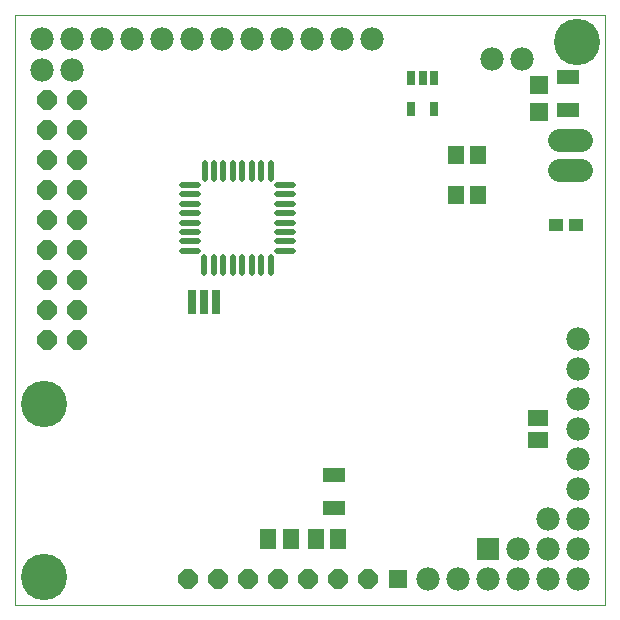
<source format=gbs>
G75*
G70*
%OFA0B0*%
%FSLAX24Y24*%
%IPPOS*%
%LPD*%
%AMOC8*
5,1,8,0,0,1.08239X$1,22.5*
%
%ADD10C,0.0000*%
%ADD11R,0.0740X0.0480*%
%ADD12C,0.0780*%
%ADD13C,0.0210*%
%ADD14R,0.0640X0.0640*%
%ADD15R,0.0316X0.0827*%
%ADD16OC8,0.0640*%
%ADD17R,0.0552X0.0670*%
%ADD18R,0.0780X0.0780*%
%ADD19R,0.0473X0.0434*%
%ADD20R,0.0257X0.0512*%
%ADD21R,0.0552X0.0631*%
%ADD22C,0.0780*%
%ADD23R,0.0670X0.0552*%
%ADD24C,0.1542*%
D10*
X000353Y000635D02*
X000353Y020320D01*
X020038Y020320D01*
X020038Y000635D01*
X000353Y000635D01*
D11*
X010994Y003867D03*
X010994Y004967D03*
X018778Y017153D03*
X018778Y018253D03*
D12*
X017262Y018840D03*
X016262Y018840D03*
X012276Y019495D03*
X011276Y019495D03*
X010276Y019495D03*
X009276Y019495D03*
X008276Y019495D03*
X007276Y019495D03*
X006268Y019495D03*
X005268Y019495D03*
X004268Y019495D03*
X003268Y019495D03*
X002268Y019495D03*
X001268Y019495D03*
X001276Y018489D03*
X002276Y018489D03*
X018113Y003497D03*
X018111Y002507D03*
X017111Y002507D03*
X017142Y001509D03*
X016142Y001509D03*
X015142Y001509D03*
X014142Y001509D03*
X018142Y001509D03*
X019142Y001509D03*
X019111Y002507D03*
X019113Y003497D03*
X019113Y004501D03*
X019113Y005501D03*
X019113Y006501D03*
X019113Y007501D03*
X019113Y008501D03*
X019113Y009501D03*
D13*
X009615Y012440D02*
X009085Y012440D01*
X009085Y012760D02*
X009615Y012760D01*
X009615Y013070D02*
X009085Y013070D01*
X009085Y013390D02*
X009615Y013390D01*
X009615Y013700D02*
X009085Y013700D01*
X009085Y014010D02*
X009615Y014010D01*
X009615Y014330D02*
X009085Y014330D01*
X009085Y014650D02*
X009615Y014650D01*
X008880Y014853D02*
X008880Y015383D01*
X008566Y015383D02*
X008566Y014853D01*
X008251Y014853D02*
X008251Y015383D01*
X007936Y015383D02*
X007936Y014853D01*
X007621Y014853D02*
X007621Y015383D01*
X007306Y015383D02*
X007306Y014853D01*
X006991Y014853D02*
X006991Y015383D01*
X006680Y015385D02*
X006680Y014855D01*
X006462Y014648D02*
X005932Y014648D01*
X005935Y014330D02*
X006465Y014330D01*
X006465Y014010D02*
X005935Y014010D01*
X005935Y013700D02*
X006465Y013700D01*
X006465Y013390D02*
X005935Y013390D01*
X005935Y013070D02*
X006465Y013070D01*
X006465Y012760D02*
X005935Y012760D01*
X005935Y012440D02*
X006465Y012440D01*
X006676Y012235D02*
X006676Y011705D01*
X006991Y011705D02*
X006991Y012235D01*
X007306Y012235D02*
X007306Y011705D01*
X007621Y011705D02*
X007621Y012235D01*
X007936Y012235D02*
X007936Y011705D01*
X008251Y011705D02*
X008251Y012235D01*
X008566Y012235D02*
X008566Y011705D01*
X008880Y011705D02*
X008880Y012235D01*
D14*
X017829Y017085D03*
X017829Y017985D03*
X013126Y001493D03*
D15*
X007050Y010741D03*
X006656Y010741D03*
X006262Y010741D03*
D16*
X002428Y010470D03*
X002428Y009470D03*
X001428Y009470D03*
X001428Y010470D03*
X001428Y011470D03*
X002428Y011470D03*
X002428Y012470D03*
X002428Y013470D03*
X002428Y014470D03*
X002428Y015470D03*
X002428Y016470D03*
X002428Y017470D03*
X001428Y017470D03*
X001428Y016470D03*
X001428Y015470D03*
X001428Y014470D03*
X001428Y013470D03*
X001428Y012470D03*
X006126Y001493D03*
X007126Y001493D03*
X008126Y001493D03*
X009126Y001493D03*
X010126Y001493D03*
X011126Y001493D03*
X012126Y001493D03*
D17*
X011140Y002848D03*
X010392Y002848D03*
X009557Y002848D03*
X008809Y002848D03*
D18*
X016111Y002507D03*
D19*
X018408Y013320D03*
X019077Y013320D03*
D20*
X014321Y017190D03*
X013573Y017190D03*
X013573Y018214D03*
X013947Y018214D03*
X014321Y018214D03*
D21*
X015061Y015627D03*
X015809Y015627D03*
X015802Y014304D03*
X015054Y014304D03*
D22*
X018495Y015127D02*
X019235Y015127D01*
X019235Y016127D02*
X018495Y016127D01*
D23*
X017786Y006879D03*
X017786Y006131D03*
D24*
X019093Y019395D03*
X001337Y007328D03*
X001317Y001580D03*
M02*

</source>
